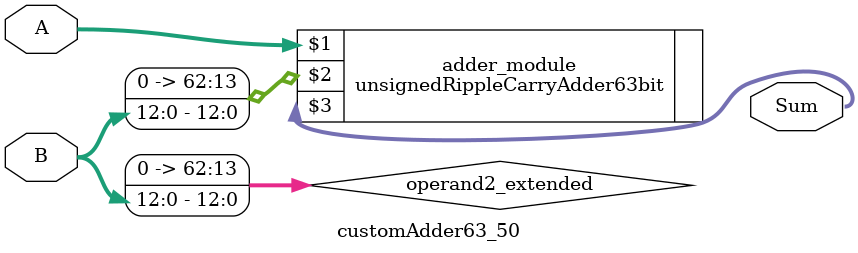
<source format=v>
module customAdder63_50(
                        input [62 : 0] A,
                        input [12 : 0] B,
                        
                        output [63 : 0] Sum
                );

        wire [62 : 0] operand2_extended;
        
        assign operand2_extended =  {50'b0, B};
        
        unsignedRippleCarryAdder63bit adder_module(
            A,
            operand2_extended,
            Sum
        );
        
        endmodule
        
</source>
